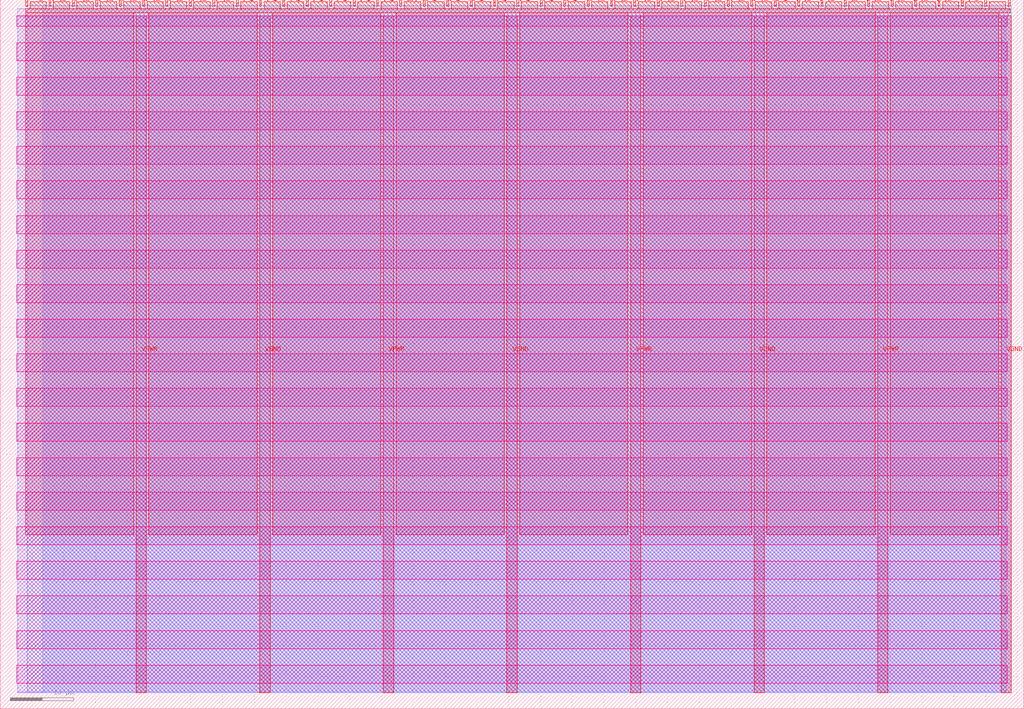
<source format=lef>
VERSION 5.7 ;
  NOWIREEXTENSIONATPIN ON ;
  DIVIDERCHAR "/" ;
  BUSBITCHARS "[]" ;
MACRO tt_um_minibyte
  CLASS BLOCK ;
  FOREIGN tt_um_minibyte ;
  ORIGIN 0.000 0.000 ;
  SIZE 161.000 BY 111.520 ;
  PIN VGND
    DIRECTION INOUT ;
    USE GROUND ;
    PORT
      LAYER met4 ;
        RECT 40.830 2.480 42.430 109.040 ;
    END
    PORT
      LAYER met4 ;
        RECT 79.700 2.480 81.300 109.040 ;
    END
    PORT
      LAYER met4 ;
        RECT 118.570 2.480 120.170 109.040 ;
    END
    PORT
      LAYER met4 ;
        RECT 157.440 2.480 159.040 109.040 ;
    END
  END VGND
  PIN VPWR
    DIRECTION INOUT ;
    USE POWER ;
    PORT
      LAYER met4 ;
        RECT 21.395 2.480 22.995 109.040 ;
    END
    PORT
      LAYER met4 ;
        RECT 60.265 2.480 61.865 109.040 ;
    END
    PORT
      LAYER met4 ;
        RECT 99.135 2.480 100.735 109.040 ;
    END
    PORT
      LAYER met4 ;
        RECT 138.005 2.480 139.605 109.040 ;
    END
  END VPWR
  PIN clk
    DIRECTION INPUT ;
    USE SIGNAL ;
    ANTENNAGATEAREA 0.852000 ;
    PORT
      LAYER met4 ;
        RECT 154.870 110.520 155.170 111.520 ;
    END
  END clk
  PIN ena
    DIRECTION INPUT ;
    USE SIGNAL ;
    ANTENNAGATEAREA 0.213000 ;
    PORT
      LAYER met4 ;
        RECT 158.550 110.520 158.850 111.520 ;
    END
  END ena
  PIN rst_n
    DIRECTION INPUT ;
    USE SIGNAL ;
    ANTENNAGATEAREA 0.196500 ;
    PORT
      LAYER met4 ;
        RECT 151.190 110.520 151.490 111.520 ;
    END
  END rst_n
  PIN ui_in[0]
    DIRECTION INPUT ;
    USE SIGNAL ;
    ANTENNAGATEAREA 0.213000 ;
    PORT
      LAYER met4 ;
        RECT 147.510 110.520 147.810 111.520 ;
    END
  END ui_in[0]
  PIN ui_in[1]
    DIRECTION INPUT ;
    USE SIGNAL ;
    ANTENNAGATEAREA 0.196500 ;
    PORT
      LAYER met4 ;
        RECT 143.830 110.520 144.130 111.520 ;
    END
  END ui_in[1]
  PIN ui_in[2]
    DIRECTION INPUT ;
    USE SIGNAL ;
    ANTENNAGATEAREA 0.126000 ;
    PORT
      LAYER met4 ;
        RECT 140.150 110.520 140.450 111.520 ;
    END
  END ui_in[2]
  PIN ui_in[3]
    DIRECTION INPUT ;
    USE SIGNAL ;
    ANTENNAGATEAREA 0.196500 ;
    PORT
      LAYER met4 ;
        RECT 136.470 110.520 136.770 111.520 ;
    END
  END ui_in[3]
  PIN ui_in[4]
    DIRECTION INPUT ;
    USE SIGNAL ;
    ANTENNAGATEAREA 0.196500 ;
    PORT
      LAYER met4 ;
        RECT 132.790 110.520 133.090 111.520 ;
    END
  END ui_in[4]
  PIN ui_in[5]
    DIRECTION INPUT ;
    USE SIGNAL ;
    PORT
      LAYER met4 ;
        RECT 129.110 110.520 129.410 111.520 ;
    END
  END ui_in[5]
  PIN ui_in[6]
    DIRECTION INPUT ;
    USE SIGNAL ;
    PORT
      LAYER met4 ;
        RECT 125.430 110.520 125.730 111.520 ;
    END
  END ui_in[6]
  PIN ui_in[7]
    DIRECTION INPUT ;
    USE SIGNAL ;
    PORT
      LAYER met4 ;
        RECT 121.750 110.520 122.050 111.520 ;
    END
  END ui_in[7]
  PIN uio_in[0]
    DIRECTION INPUT ;
    USE SIGNAL ;
    ANTENNAGATEAREA 0.196500 ;
    PORT
      LAYER met4 ;
        RECT 118.070 110.520 118.370 111.520 ;
    END
  END uio_in[0]
  PIN uio_in[1]
    DIRECTION INPUT ;
    USE SIGNAL ;
    ANTENNAGATEAREA 0.196500 ;
    PORT
      LAYER met4 ;
        RECT 114.390 110.520 114.690 111.520 ;
    END
  END uio_in[1]
  PIN uio_in[2]
    DIRECTION INPUT ;
    USE SIGNAL ;
    ANTENNAGATEAREA 0.196500 ;
    PORT
      LAYER met4 ;
        RECT 110.710 110.520 111.010 111.520 ;
    END
  END uio_in[2]
  PIN uio_in[3]
    DIRECTION INPUT ;
    USE SIGNAL ;
    ANTENNAGATEAREA 0.196500 ;
    PORT
      LAYER met4 ;
        RECT 107.030 110.520 107.330 111.520 ;
    END
  END uio_in[3]
  PIN uio_in[4]
    DIRECTION INPUT ;
    USE SIGNAL ;
    ANTENNAGATEAREA 0.196500 ;
    PORT
      LAYER met4 ;
        RECT 103.350 110.520 103.650 111.520 ;
    END
  END uio_in[4]
  PIN uio_in[5]
    DIRECTION INPUT ;
    USE SIGNAL ;
    ANTENNAGATEAREA 0.196500 ;
    PORT
      LAYER met4 ;
        RECT 99.670 110.520 99.970 111.520 ;
    END
  END uio_in[5]
  PIN uio_in[6]
    DIRECTION INPUT ;
    USE SIGNAL ;
    ANTENNAGATEAREA 0.196500 ;
    PORT
      LAYER met4 ;
        RECT 95.990 110.520 96.290 111.520 ;
    END
  END uio_in[6]
  PIN uio_in[7]
    DIRECTION INPUT ;
    USE SIGNAL ;
    ANTENNAGATEAREA 0.196500 ;
    PORT
      LAYER met4 ;
        RECT 92.310 110.520 92.610 111.520 ;
    END
  END uio_in[7]
  PIN uio_oe[0]
    DIRECTION OUTPUT TRISTATE ;
    USE SIGNAL ;
    ANTENNADIFFAREA 0.445500 ;
    PORT
      LAYER met4 ;
        RECT 29.750 110.520 30.050 111.520 ;
    END
  END uio_oe[0]
  PIN uio_oe[1]
    DIRECTION OUTPUT TRISTATE ;
    USE SIGNAL ;
    ANTENNADIFFAREA 0.445500 ;
    PORT
      LAYER met4 ;
        RECT 26.070 110.520 26.370 111.520 ;
    END
  END uio_oe[1]
  PIN uio_oe[2]
    DIRECTION OUTPUT TRISTATE ;
    USE SIGNAL ;
    ANTENNADIFFAREA 0.445500 ;
    PORT
      LAYER met4 ;
        RECT 22.390 110.520 22.690 111.520 ;
    END
  END uio_oe[2]
  PIN uio_oe[3]
    DIRECTION OUTPUT TRISTATE ;
    USE SIGNAL ;
    ANTENNADIFFAREA 0.445500 ;
    PORT
      LAYER met4 ;
        RECT 18.710 110.520 19.010 111.520 ;
    END
  END uio_oe[3]
  PIN uio_oe[4]
    DIRECTION OUTPUT TRISTATE ;
    USE SIGNAL ;
    ANTENNADIFFAREA 0.445500 ;
    PORT
      LAYER met4 ;
        RECT 15.030 110.520 15.330 111.520 ;
    END
  END uio_oe[4]
  PIN uio_oe[5]
    DIRECTION OUTPUT TRISTATE ;
    USE SIGNAL ;
    ANTENNADIFFAREA 0.445500 ;
    PORT
      LAYER met4 ;
        RECT 11.350 110.520 11.650 111.520 ;
    END
  END uio_oe[5]
  PIN uio_oe[6]
    DIRECTION OUTPUT TRISTATE ;
    USE SIGNAL ;
    ANTENNADIFFAREA 0.445500 ;
    PORT
      LAYER met4 ;
        RECT 7.670 110.520 7.970 111.520 ;
    END
  END uio_oe[6]
  PIN uio_oe[7]
    DIRECTION OUTPUT TRISTATE ;
    USE SIGNAL ;
    ANTENNADIFFAREA 0.795200 ;
    PORT
      LAYER met4 ;
        RECT 3.990 110.520 4.290 111.520 ;
    END
  END uio_oe[7]
  PIN uio_out[0]
    DIRECTION OUTPUT TRISTATE ;
    USE SIGNAL ;
    ANTENNAGATEAREA 0.630000 ;
    ANTENNADIFFAREA 0.891000 ;
    PORT
      LAYER met4 ;
        RECT 59.190 110.520 59.490 111.520 ;
    END
  END uio_out[0]
  PIN uio_out[1]
    DIRECTION OUTPUT TRISTATE ;
    USE SIGNAL ;
    ANTENNAGATEAREA 0.751500 ;
    ANTENNADIFFAREA 0.891000 ;
    PORT
      LAYER met4 ;
        RECT 55.510 110.520 55.810 111.520 ;
    END
  END uio_out[1]
  PIN uio_out[2]
    DIRECTION OUTPUT TRISTATE ;
    USE SIGNAL ;
    ANTENNAGATEAREA 0.630000 ;
    ANTENNADIFFAREA 0.891000 ;
    PORT
      LAYER met4 ;
        RECT 51.830 110.520 52.130 111.520 ;
    END
  END uio_out[2]
  PIN uio_out[3]
    DIRECTION OUTPUT TRISTATE ;
    USE SIGNAL ;
    ANTENNAGATEAREA 0.630000 ;
    ANTENNADIFFAREA 0.891000 ;
    PORT
      LAYER met4 ;
        RECT 48.150 110.520 48.450 111.520 ;
    END
  END uio_out[3]
  PIN uio_out[4]
    DIRECTION OUTPUT TRISTATE ;
    USE SIGNAL ;
    ANTENNAGATEAREA 0.630000 ;
    ANTENNADIFFAREA 0.891000 ;
    PORT
      LAYER met4 ;
        RECT 44.470 110.520 44.770 111.520 ;
    END
  END uio_out[4]
  PIN uio_out[5]
    DIRECTION OUTPUT TRISTATE ;
    USE SIGNAL ;
    ANTENNAGATEAREA 0.751500 ;
    ANTENNADIFFAREA 0.891000 ;
    PORT
      LAYER met4 ;
        RECT 40.790 110.520 41.090 111.520 ;
    END
  END uio_out[5]
  PIN uio_out[6]
    DIRECTION OUTPUT TRISTATE ;
    USE SIGNAL ;
    ANTENNAGATEAREA 0.999000 ;
    ANTENNADIFFAREA 0.891000 ;
    PORT
      LAYER met4 ;
        RECT 37.110 110.520 37.410 111.520 ;
    END
  END uio_out[6]
  PIN uio_out[7]
    DIRECTION OUTPUT TRISTATE ;
    USE SIGNAL ;
    ANTENNADIFFAREA 0.445500 ;
    PORT
      LAYER met4 ;
        RECT 33.430 110.520 33.730 111.520 ;
    END
  END uio_out[7]
  PIN uo_out[0]
    DIRECTION OUTPUT TRISTATE ;
    USE SIGNAL ;
    ANTENNAGATEAREA 1.242000 ;
    ANTENNADIFFAREA 1.075200 ;
    PORT
      LAYER met4 ;
        RECT 88.630 110.520 88.930 111.520 ;
    END
  END uo_out[0]
  PIN uo_out[1]
    DIRECTION OUTPUT TRISTATE ;
    USE SIGNAL ;
    ANTENNAGATEAREA 1.251000 ;
    ANTENNADIFFAREA 1.075200 ;
    PORT
      LAYER met4 ;
        RECT 84.950 110.520 85.250 111.520 ;
    END
  END uo_out[1]
  PIN uo_out[2]
    DIRECTION OUTPUT TRISTATE ;
    USE SIGNAL ;
    ANTENNAGATEAREA 1.363500 ;
    ANTENNADIFFAREA 1.075200 ;
    PORT
      LAYER met4 ;
        RECT 81.270 110.520 81.570 111.520 ;
    END
  END uo_out[2]
  PIN uo_out[3]
    DIRECTION OUTPUT TRISTATE ;
    USE SIGNAL ;
    ANTENNAGATEAREA 1.989000 ;
    ANTENNADIFFAREA 0.891000 ;
    PORT
      LAYER met4 ;
        RECT 77.590 110.520 77.890 111.520 ;
    END
  END uo_out[3]
  PIN uo_out[4]
    DIRECTION OUTPUT TRISTATE ;
    USE SIGNAL ;
    ANTENNAGATEAREA 2.106000 ;
    ANTENNADIFFAREA 1.590400 ;
    PORT
      LAYER met4 ;
        RECT 73.910 110.520 74.210 111.520 ;
    END
  END uo_out[4]
  PIN uo_out[5]
    DIRECTION OUTPUT TRISTATE ;
    USE SIGNAL ;
    ANTENNADIFFAREA 0.924000 ;
    PORT
      LAYER met4 ;
        RECT 70.230 110.520 70.530 111.520 ;
    END
  END uo_out[5]
  PIN uo_out[6]
    DIRECTION OUTPUT TRISTATE ;
    USE SIGNAL ;
    ANTENNADIFFAREA 0.453750 ;
    PORT
      LAYER met4 ;
        RECT 66.550 110.520 66.850 111.520 ;
    END
  END uo_out[6]
  PIN uo_out[7]
    DIRECTION OUTPUT TRISTATE ;
    USE SIGNAL ;
    ANTENNADIFFAREA 0.795200 ;
    PORT
      LAYER met4 ;
        RECT 62.870 110.520 63.170 111.520 ;
    END
  END uo_out[7]
  OBS
      LAYER nwell ;
        RECT 2.570 107.385 158.430 108.990 ;
        RECT 2.570 101.945 158.430 104.775 ;
        RECT 2.570 96.505 158.430 99.335 ;
        RECT 2.570 91.065 158.430 93.895 ;
        RECT 2.570 85.625 158.430 88.455 ;
        RECT 2.570 80.185 158.430 83.015 ;
        RECT 2.570 74.745 158.430 77.575 ;
        RECT 2.570 69.305 158.430 72.135 ;
        RECT 2.570 63.865 158.430 66.695 ;
        RECT 2.570 58.425 158.430 61.255 ;
        RECT 2.570 52.985 158.430 55.815 ;
        RECT 2.570 47.545 158.430 50.375 ;
        RECT 2.570 42.105 158.430 44.935 ;
        RECT 2.570 36.665 158.430 39.495 ;
        RECT 2.570 31.225 158.430 34.055 ;
        RECT 2.570 25.785 158.430 28.615 ;
        RECT 2.570 20.345 158.430 23.175 ;
        RECT 2.570 14.905 158.430 17.735 ;
        RECT 2.570 9.465 158.430 12.295 ;
        RECT 2.570 4.025 158.430 6.855 ;
      LAYER li1 ;
        RECT 2.760 2.635 158.240 108.885 ;
      LAYER met1 ;
        RECT 2.760 2.480 159.040 110.120 ;
      LAYER met2 ;
        RECT 4.240 2.535 159.010 110.685 ;
      LAYER met3 ;
        RECT 6.710 2.555 159.030 110.665 ;
      LAYER met4 ;
        RECT 4.690 110.120 7.270 111.170 ;
        RECT 8.370 110.120 10.950 111.170 ;
        RECT 12.050 110.120 14.630 111.170 ;
        RECT 15.730 110.120 18.310 111.170 ;
        RECT 19.410 110.120 21.990 111.170 ;
        RECT 23.090 110.120 25.670 111.170 ;
        RECT 26.770 110.120 29.350 111.170 ;
        RECT 30.450 110.120 33.030 111.170 ;
        RECT 34.130 110.120 36.710 111.170 ;
        RECT 37.810 110.120 40.390 111.170 ;
        RECT 41.490 110.120 44.070 111.170 ;
        RECT 45.170 110.120 47.750 111.170 ;
        RECT 48.850 110.120 51.430 111.170 ;
        RECT 52.530 110.120 55.110 111.170 ;
        RECT 56.210 110.120 58.790 111.170 ;
        RECT 59.890 110.120 62.470 111.170 ;
        RECT 63.570 110.120 66.150 111.170 ;
        RECT 67.250 110.120 69.830 111.170 ;
        RECT 70.930 110.120 73.510 111.170 ;
        RECT 74.610 110.120 77.190 111.170 ;
        RECT 78.290 110.120 80.870 111.170 ;
        RECT 81.970 110.120 84.550 111.170 ;
        RECT 85.650 110.120 88.230 111.170 ;
        RECT 89.330 110.120 91.910 111.170 ;
        RECT 93.010 110.120 95.590 111.170 ;
        RECT 96.690 110.120 99.270 111.170 ;
        RECT 100.370 110.120 102.950 111.170 ;
        RECT 104.050 110.120 106.630 111.170 ;
        RECT 107.730 110.120 110.310 111.170 ;
        RECT 111.410 110.120 113.990 111.170 ;
        RECT 115.090 110.120 117.670 111.170 ;
        RECT 118.770 110.120 121.350 111.170 ;
        RECT 122.450 110.120 125.030 111.170 ;
        RECT 126.130 110.120 128.710 111.170 ;
        RECT 129.810 110.120 132.390 111.170 ;
        RECT 133.490 110.120 136.070 111.170 ;
        RECT 137.170 110.120 139.750 111.170 ;
        RECT 140.850 110.120 143.430 111.170 ;
        RECT 144.530 110.120 147.110 111.170 ;
        RECT 148.210 110.120 150.790 111.170 ;
        RECT 151.890 110.120 154.470 111.170 ;
        RECT 155.570 110.120 158.150 111.170 ;
        RECT 3.990 109.440 158.865 110.120 ;
        RECT 3.990 27.375 20.995 109.440 ;
        RECT 23.395 27.375 40.430 109.440 ;
        RECT 42.830 27.375 59.865 109.440 ;
        RECT 62.265 27.375 79.300 109.440 ;
        RECT 81.700 27.375 98.735 109.440 ;
        RECT 101.135 27.375 118.170 109.440 ;
        RECT 120.570 27.375 137.605 109.440 ;
        RECT 140.005 27.375 157.040 109.440 ;
  END
END tt_um_minibyte
END LIBRARY


</source>
